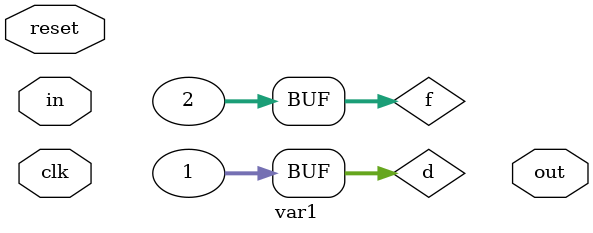
<source format=v>
module var1
  #(parameter integer WIDTH = 8)
  (input wire             reset,
   input wire             clk,
   input wire [WIDTH-1:0] in,
   output reg             out);

   integer a;
   integer b;
   integer c [2**WIDTH-1:0], h [63:0];
   integer d = 1, e, f = 2;

endmodule

</source>
